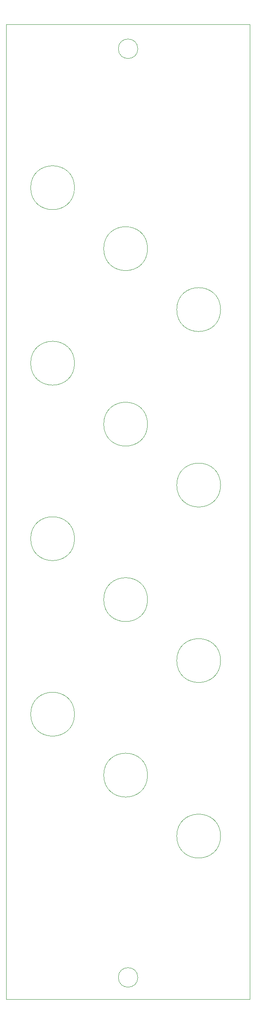
<source format=gbr>
%TF.GenerationSoftware,KiCad,Pcbnew,(5.1.10)-1*%
%TF.CreationDate,2022-04-21T20:00:25-04:00*%
%TF.ProjectId,eargenpanel,65617267-656e-4706-916e-656c2e6b6963,rev?*%
%TF.SameCoordinates,Original*%
%TF.FileFunction,Profile,NP*%
%FSLAX46Y46*%
G04 Gerber Fmt 4.6, Leading zero omitted, Abs format (unit mm)*
G04 Created by KiCad (PCBNEW (5.1.10)-1) date 2022-04-21 20:00:25*
%MOMM*%
%LPD*%
G01*
G04 APERTURE LIST*
%TA.AperFunction,Profile*%
%ADD10C,0.100000*%
%TD*%
%TA.AperFunction,Profile*%
%ADD11C,0.050000*%
%TD*%
G04 APERTURE END LIST*
D10*
X70000000Y-219500000D02*
X70000000Y-19500000D01*
D11*
X97000000Y-215000000D02*
G75*
G03*
X97000000Y-215000000I-2000000J0D01*
G01*
X97000000Y-24500000D02*
G75*
G03*
X97000000Y-24500000I-2000000J0D01*
G01*
X114000000Y-186000000D02*
G75*
G03*
X114000000Y-186000000I-4500000J0D01*
G01*
X114000000Y-150000000D02*
G75*
G03*
X114000000Y-150000000I-4500000J0D01*
G01*
X114000000Y-114000000D02*
G75*
G03*
X114000000Y-114000000I-4500000J0D01*
G01*
X99000000Y-137500000D02*
G75*
G03*
X99000000Y-137500000I-4500000J0D01*
G01*
X99000000Y-173500000D02*
G75*
G03*
X99000000Y-173500000I-4500000J0D01*
G01*
X84000000Y-161000000D02*
G75*
G03*
X84000000Y-161000000I-4500000J0D01*
G01*
X84000000Y-125000000D02*
G75*
G03*
X84000000Y-125000000I-4500000J0D01*
G01*
X114000000Y-78000000D02*
G75*
G03*
X114000000Y-78000000I-4500000J0D01*
G01*
X84000000Y-53000000D02*
G75*
G03*
X84000000Y-53000000I-4500000J0D01*
G01*
X84000000Y-89000000D02*
G75*
G03*
X84000000Y-89000000I-4500000J0D01*
G01*
X99000000Y-101500000D02*
G75*
G03*
X99000000Y-101500000I-4500000J0D01*
G01*
X99000000Y-65500000D02*
G75*
G03*
X99000000Y-65500000I-4500000J0D01*
G01*
D10*
X120000000Y-19500000D02*
X70000000Y-19500000D01*
X120000000Y-219500000D02*
X70000000Y-219500000D01*
X120000000Y-19500000D02*
X120000000Y-219500000D01*
M02*

</source>
